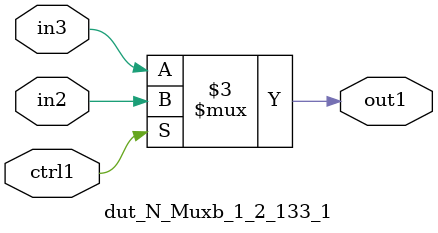
<source format=v>

`timescale 1ps / 1ps


module dut_N_Muxb_1_2_133_1( in3, in2, ctrl1, out1 );

    input in3;
    input in2;
    input ctrl1;
    output out1;
    reg out1;

    
    // rtl_process:dut_N_Muxb_1_2_133_1/dut_N_Muxb_1_2_133_1_thread_1
    always @*
      begin : dut_N_Muxb_1_2_133_1_thread_1
        case (ctrl1) 
          1'b1: 
            begin
              out1 = in2;
            end
          default: 
            begin
              out1 = in3;
            end
        endcase
      end

endmodule



</source>
